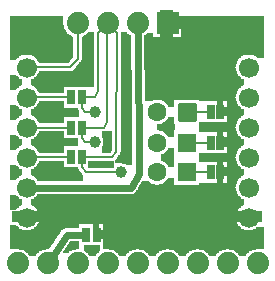
<source format=gtl>
G04 MADE WITH FRITZING*
G04 WWW.FRITZING.ORG*
G04 DOUBLE SIDED*
G04 HOLES PLATED*
G04 CONTOUR ON CENTER OF CONTOUR VECTOR*
%ASAXBY*%
%FSLAX23Y23*%
%MOIN*%
%OFA0B0*%
%SFA1.0B1.0*%
%ADD10C,0.075000*%
%ADD11C,0.062992*%
%ADD12C,0.039370*%
%ADD13C,0.074000*%
%ADD14C,0.066929*%
%ADD15R,0.062992X0.062992*%
%ADD16R,0.025000X0.050000*%
%ADD17R,0.074000X0.074000*%
%ADD18C,0.008000*%
%ADD19C,0.024000*%
%ADD20C,0.015748*%
%LNCOPPER1*%
G90*
G70*
G54D10*
X106Y823D03*
X560Y682D03*
G54D11*
X628Y566D03*
X529Y566D03*
X628Y463D03*
X529Y463D03*
X628Y365D03*
X529Y365D03*
G54D12*
X409Y365D03*
X321Y465D03*
X323Y566D03*
G54D13*
X564Y862D03*
X464Y862D03*
X364Y862D03*
X264Y862D03*
X64Y62D03*
X164Y62D03*
X264Y62D03*
X364Y62D03*
X464Y62D03*
X564Y62D03*
X664Y62D03*
X764Y62D03*
X864Y62D03*
G54D14*
X834Y714D03*
X834Y614D03*
X834Y514D03*
X834Y414D03*
X834Y314D03*
X834Y214D03*
X94Y714D03*
X94Y614D03*
X94Y514D03*
X94Y414D03*
X94Y314D03*
X94Y214D03*
G54D15*
X628Y463D03*
X628Y365D03*
G54D16*
X708Y566D03*
X740Y566D03*
X708Y463D03*
X740Y463D03*
X708Y365D03*
X740Y365D03*
X277Y416D03*
X242Y416D03*
X277Y514D03*
X242Y514D03*
X277Y615D03*
X242Y615D03*
G54D17*
X564Y862D03*
G54D16*
X291Y156D03*
X327Y156D03*
G54D18*
X291Y365D02*
X396Y365D01*
D02*
X279Y381D02*
X291Y365D01*
D02*
X278Y397D02*
X279Y381D01*
D02*
X287Y566D02*
X309Y566D01*
D02*
X278Y580D02*
X287Y566D01*
D02*
X277Y595D02*
X278Y580D01*
D02*
X701Y566D02*
X649Y566D01*
D02*
X701Y463D02*
X649Y463D01*
D02*
X701Y365D02*
X649Y365D01*
D02*
X287Y465D02*
X307Y465D01*
D02*
X277Y479D02*
X287Y465D01*
D02*
X277Y495D02*
X277Y479D01*
D02*
X264Y743D02*
X240Y716D01*
D02*
X240Y716D02*
X119Y715D01*
D02*
X264Y836D02*
X264Y743D01*
D02*
X235Y615D02*
X119Y615D01*
G54D19*
D02*
X441Y313D02*
X125Y314D01*
D02*
X468Y360D02*
X441Y313D01*
D02*
X464Y831D02*
X468Y360D01*
G54D18*
D02*
X380Y416D02*
X284Y416D01*
D02*
X393Y434D02*
X380Y416D01*
D02*
X395Y828D02*
X393Y434D01*
D02*
X381Y843D02*
X395Y828D01*
D02*
X362Y532D02*
X363Y836D01*
D02*
X352Y514D02*
X362Y532D01*
D02*
X284Y514D02*
X352Y514D01*
D02*
X332Y828D02*
X346Y843D01*
D02*
X332Y637D02*
X332Y828D01*
D02*
X321Y615D02*
X332Y637D01*
D02*
X284Y615D02*
X321Y615D01*
D02*
X235Y416D02*
X119Y415D01*
D02*
X235Y514D02*
X119Y514D01*
G54D19*
D02*
X284Y156D02*
X228Y157D01*
D02*
X228Y157D02*
X181Y87D01*
G36*
X40Y885D02*
X40Y757D01*
X106Y757D01*
X106Y755D01*
X112Y755D01*
X112Y753D01*
X116Y753D01*
X116Y751D01*
X118Y751D01*
X118Y749D01*
X122Y749D01*
X122Y747D01*
X124Y747D01*
X124Y745D01*
X126Y745D01*
X126Y743D01*
X128Y743D01*
X128Y741D01*
X130Y741D01*
X130Y737D01*
X132Y737D01*
X132Y733D01*
X134Y733D01*
X134Y729D01*
X234Y729D01*
X234Y731D01*
X236Y731D01*
X236Y733D01*
X238Y733D01*
X238Y735D01*
X240Y735D01*
X240Y739D01*
X242Y739D01*
X242Y741D01*
X244Y741D01*
X244Y743D01*
X246Y743D01*
X246Y745D01*
X248Y745D01*
X248Y747D01*
X250Y747D01*
X250Y817D01*
X246Y817D01*
X246Y819D01*
X242Y819D01*
X242Y821D01*
X238Y821D01*
X238Y823D01*
X236Y823D01*
X236Y825D01*
X234Y825D01*
X234Y827D01*
X230Y827D01*
X230Y829D01*
X228Y829D01*
X228Y833D01*
X226Y833D01*
X226Y835D01*
X224Y835D01*
X224Y839D01*
X222Y839D01*
X222Y841D01*
X220Y841D01*
X220Y847D01*
X218Y847D01*
X218Y855D01*
X216Y855D01*
X216Y885D01*
X40Y885D01*
G37*
D02*
G36*
X40Y757D02*
X40Y739D01*
X60Y739D01*
X60Y741D01*
X62Y741D01*
X62Y745D01*
X64Y745D01*
X64Y747D01*
X68Y747D01*
X68Y749D01*
X70Y749D01*
X70Y751D01*
X74Y751D01*
X74Y753D01*
X76Y753D01*
X76Y755D01*
X82Y755D01*
X82Y757D01*
X40Y757D01*
G37*
D02*
G36*
X408Y833D02*
X408Y829D01*
X410Y829D01*
X410Y771D01*
X408Y771D01*
X408Y431D01*
X406Y431D01*
X406Y425D01*
X404Y425D01*
X404Y423D01*
X402Y423D01*
X402Y421D01*
X400Y421D01*
X400Y417D01*
X398Y417D01*
X398Y415D01*
X396Y415D01*
X396Y413D01*
X394Y413D01*
X394Y409D01*
X392Y409D01*
X392Y407D01*
X390Y407D01*
X390Y395D01*
X412Y395D01*
X412Y393D01*
X420Y393D01*
X420Y391D01*
X424Y391D01*
X424Y389D01*
X446Y389D01*
X446Y493D01*
X444Y493D01*
X444Y705D01*
X442Y705D01*
X442Y821D01*
X438Y821D01*
X438Y823D01*
X436Y823D01*
X436Y825D01*
X434Y825D01*
X434Y827D01*
X430Y827D01*
X430Y829D01*
X428Y829D01*
X428Y833D01*
X408Y833D01*
G37*
D02*
G36*
X298Y831D02*
X298Y829D01*
X296Y829D01*
X296Y827D01*
X294Y827D01*
X294Y825D01*
X292Y825D01*
X292Y823D01*
X288Y823D01*
X288Y821D01*
X286Y821D01*
X286Y819D01*
X282Y819D01*
X282Y817D01*
X278Y817D01*
X278Y739D01*
X276Y739D01*
X276Y735D01*
X274Y735D01*
X274Y733D01*
X272Y733D01*
X272Y731D01*
X270Y731D01*
X270Y727D01*
X268Y727D01*
X268Y725D01*
X266Y725D01*
X266Y723D01*
X264Y723D01*
X264Y721D01*
X262Y721D01*
X262Y719D01*
X260Y719D01*
X260Y717D01*
X258Y717D01*
X258Y713D01*
X256Y713D01*
X256Y711D01*
X254Y711D01*
X254Y709D01*
X252Y709D01*
X252Y707D01*
X250Y707D01*
X250Y705D01*
X248Y705D01*
X248Y703D01*
X244Y703D01*
X244Y701D01*
X136Y701D01*
X136Y699D01*
X134Y699D01*
X134Y695D01*
X132Y695D01*
X132Y691D01*
X130Y691D01*
X130Y689D01*
X128Y689D01*
X128Y687D01*
X126Y687D01*
X126Y683D01*
X124Y683D01*
X124Y681D01*
X120Y681D01*
X120Y679D01*
X118Y679D01*
X118Y677D01*
X114Y677D01*
X114Y675D01*
X110Y675D01*
X110Y655D01*
X112Y655D01*
X112Y653D01*
X116Y653D01*
X116Y651D01*
X118Y651D01*
X118Y649D01*
X122Y649D01*
X122Y647D01*
X124Y647D01*
X124Y645D01*
X126Y645D01*
X126Y643D01*
X128Y643D01*
X128Y641D01*
X130Y641D01*
X130Y637D01*
X132Y637D01*
X132Y633D01*
X134Y633D01*
X134Y629D01*
X220Y629D01*
X220Y649D01*
X318Y649D01*
X318Y831D01*
X298Y831D01*
G37*
D02*
G36*
X40Y689D02*
X40Y639D01*
X60Y639D01*
X60Y641D01*
X62Y641D01*
X62Y645D01*
X64Y645D01*
X64Y647D01*
X68Y647D01*
X68Y649D01*
X70Y649D01*
X70Y651D01*
X74Y651D01*
X74Y653D01*
X76Y653D01*
X76Y655D01*
X78Y655D01*
X78Y675D01*
X74Y675D01*
X74Y677D01*
X70Y677D01*
X70Y679D01*
X68Y679D01*
X68Y681D01*
X66Y681D01*
X66Y683D01*
X64Y683D01*
X64Y685D01*
X62Y685D01*
X62Y687D01*
X60Y687D01*
X60Y689D01*
X40Y689D01*
G37*
D02*
G36*
X136Y601D02*
X136Y599D01*
X134Y599D01*
X134Y595D01*
X132Y595D01*
X132Y591D01*
X130Y591D01*
X130Y589D01*
X128Y589D01*
X128Y587D01*
X126Y587D01*
X126Y583D01*
X124Y583D01*
X124Y581D01*
X120Y581D01*
X120Y579D01*
X118Y579D01*
X118Y577D01*
X114Y577D01*
X114Y575D01*
X110Y575D01*
X110Y555D01*
X112Y555D01*
X112Y553D01*
X116Y553D01*
X116Y551D01*
X118Y551D01*
X118Y549D01*
X122Y549D01*
X122Y547D01*
X124Y547D01*
X124Y545D01*
X126Y545D01*
X126Y543D01*
X128Y543D01*
X128Y541D01*
X130Y541D01*
X130Y537D01*
X132Y537D01*
X132Y533D01*
X134Y533D01*
X134Y529D01*
X220Y529D01*
X220Y549D01*
X268Y549D01*
X268Y571D01*
X266Y571D01*
X266Y573D01*
X264Y573D01*
X264Y579D01*
X220Y579D01*
X220Y601D01*
X136Y601D01*
G37*
D02*
G36*
X40Y589D02*
X40Y539D01*
X60Y539D01*
X60Y541D01*
X62Y541D01*
X62Y545D01*
X64Y545D01*
X64Y547D01*
X68Y547D01*
X68Y549D01*
X70Y549D01*
X70Y551D01*
X74Y551D01*
X74Y553D01*
X76Y553D01*
X76Y555D01*
X78Y555D01*
X78Y575D01*
X74Y575D01*
X74Y577D01*
X70Y577D01*
X70Y579D01*
X68Y579D01*
X68Y581D01*
X66Y581D01*
X66Y583D01*
X64Y583D01*
X64Y585D01*
X62Y585D01*
X62Y587D01*
X60Y587D01*
X60Y589D01*
X40Y589D01*
G37*
D02*
G36*
X566Y549D02*
X566Y545D01*
X564Y545D01*
X564Y541D01*
X562Y541D01*
X562Y539D01*
X560Y539D01*
X560Y537D01*
X558Y537D01*
X558Y535D01*
X556Y535D01*
X556Y533D01*
X554Y533D01*
X554Y531D01*
X550Y531D01*
X550Y529D01*
X546Y529D01*
X546Y527D01*
X542Y527D01*
X542Y525D01*
X530Y525D01*
X530Y505D01*
X534Y505D01*
X534Y503D01*
X544Y503D01*
X544Y501D01*
X548Y501D01*
X548Y499D01*
X552Y499D01*
X552Y497D01*
X554Y497D01*
X554Y495D01*
X556Y495D01*
X556Y493D01*
X558Y493D01*
X558Y491D01*
X560Y491D01*
X560Y489D01*
X562Y489D01*
X562Y487D01*
X564Y487D01*
X564Y483D01*
X566Y483D01*
X566Y481D01*
X586Y481D01*
X586Y505D01*
X588Y505D01*
X588Y525D01*
X586Y525D01*
X586Y549D01*
X566Y549D01*
G37*
D02*
G36*
X360Y503D02*
X360Y501D01*
X344Y501D01*
X344Y481D01*
X346Y481D01*
X346Y479D01*
X348Y479D01*
X348Y473D01*
X350Y473D01*
X350Y457D01*
X348Y457D01*
X348Y451D01*
X346Y451D01*
X346Y449D01*
X344Y449D01*
X344Y429D01*
X374Y429D01*
X374Y433D01*
X376Y433D01*
X376Y435D01*
X378Y435D01*
X378Y437D01*
X380Y437D01*
X380Y503D01*
X360Y503D01*
G37*
D02*
G36*
X136Y501D02*
X136Y499D01*
X134Y499D01*
X134Y495D01*
X132Y495D01*
X132Y491D01*
X130Y491D01*
X130Y489D01*
X128Y489D01*
X128Y487D01*
X126Y487D01*
X126Y483D01*
X124Y483D01*
X124Y481D01*
X120Y481D01*
X120Y479D01*
X118Y479D01*
X118Y477D01*
X114Y477D01*
X114Y475D01*
X110Y475D01*
X110Y455D01*
X112Y455D01*
X112Y453D01*
X116Y453D01*
X116Y451D01*
X118Y451D01*
X118Y449D01*
X122Y449D01*
X122Y447D01*
X124Y447D01*
X124Y445D01*
X126Y445D01*
X126Y443D01*
X128Y443D01*
X128Y441D01*
X130Y441D01*
X130Y437D01*
X132Y437D01*
X132Y433D01*
X134Y433D01*
X134Y429D01*
X220Y429D01*
X220Y451D01*
X266Y451D01*
X266Y473D01*
X264Y473D01*
X264Y479D01*
X220Y479D01*
X220Y501D01*
X136Y501D01*
G37*
D02*
G36*
X40Y489D02*
X40Y439D01*
X60Y439D01*
X60Y441D01*
X62Y441D01*
X62Y445D01*
X64Y445D01*
X64Y447D01*
X68Y447D01*
X68Y449D01*
X70Y449D01*
X70Y451D01*
X74Y451D01*
X74Y453D01*
X76Y453D01*
X76Y455D01*
X78Y455D01*
X78Y475D01*
X74Y475D01*
X74Y477D01*
X70Y477D01*
X70Y479D01*
X68Y479D01*
X68Y481D01*
X66Y481D01*
X66Y483D01*
X64Y483D01*
X64Y485D01*
X62Y485D01*
X62Y487D01*
X60Y487D01*
X60Y489D01*
X40Y489D01*
G37*
D02*
G36*
X566Y447D02*
X566Y443D01*
X564Y443D01*
X564Y439D01*
X562Y439D01*
X562Y437D01*
X560Y437D01*
X560Y435D01*
X558Y435D01*
X558Y433D01*
X556Y433D01*
X556Y431D01*
X554Y431D01*
X554Y429D01*
X552Y429D01*
X552Y427D01*
X548Y427D01*
X548Y425D01*
X542Y425D01*
X542Y403D01*
X548Y403D01*
X548Y401D01*
X550Y401D01*
X550Y399D01*
X554Y399D01*
X554Y397D01*
X556Y397D01*
X556Y395D01*
X558Y395D01*
X558Y393D01*
X560Y393D01*
X560Y391D01*
X562Y391D01*
X562Y389D01*
X564Y389D01*
X564Y385D01*
X566Y385D01*
X566Y381D01*
X586Y381D01*
X586Y447D01*
X566Y447D01*
G37*
D02*
G36*
X136Y401D02*
X136Y399D01*
X134Y399D01*
X134Y395D01*
X132Y395D01*
X132Y391D01*
X130Y391D01*
X130Y389D01*
X128Y389D01*
X128Y387D01*
X126Y387D01*
X126Y383D01*
X124Y383D01*
X124Y381D01*
X120Y381D01*
X120Y379D01*
X118Y379D01*
X118Y377D01*
X114Y377D01*
X114Y375D01*
X110Y375D01*
X110Y355D01*
X112Y355D01*
X112Y353D01*
X116Y353D01*
X116Y351D01*
X118Y351D01*
X118Y349D01*
X122Y349D01*
X122Y347D01*
X124Y347D01*
X124Y345D01*
X126Y345D01*
X126Y343D01*
X128Y343D01*
X128Y341D01*
X130Y341D01*
X130Y337D01*
X172Y337D01*
X172Y335D01*
X282Y335D01*
X282Y355D01*
X280Y355D01*
X280Y357D01*
X278Y357D01*
X278Y361D01*
X276Y361D01*
X276Y363D01*
X274Y363D01*
X274Y365D01*
X272Y365D01*
X272Y369D01*
X270Y369D01*
X270Y371D01*
X268Y371D01*
X268Y375D01*
X266Y375D01*
X266Y381D01*
X220Y381D01*
X220Y401D01*
X136Y401D01*
G37*
D02*
G36*
X300Y401D02*
X300Y379D01*
X384Y379D01*
X384Y381D01*
X386Y381D01*
X386Y401D01*
X300Y401D01*
G37*
D02*
G36*
X40Y389D02*
X40Y339D01*
X60Y339D01*
X60Y341D01*
X62Y341D01*
X62Y345D01*
X64Y345D01*
X64Y347D01*
X68Y347D01*
X68Y349D01*
X70Y349D01*
X70Y351D01*
X74Y351D01*
X74Y353D01*
X76Y353D01*
X76Y355D01*
X78Y355D01*
X78Y375D01*
X74Y375D01*
X74Y377D01*
X70Y377D01*
X70Y379D01*
X68Y379D01*
X68Y381D01*
X66Y381D01*
X66Y383D01*
X64Y383D01*
X64Y385D01*
X62Y385D01*
X62Y387D01*
X60Y387D01*
X60Y389D01*
X40Y389D01*
G37*
D02*
G36*
X40Y289D02*
X40Y239D01*
X60Y239D01*
X60Y241D01*
X62Y241D01*
X62Y245D01*
X64Y245D01*
X64Y247D01*
X68Y247D01*
X68Y249D01*
X70Y249D01*
X70Y251D01*
X74Y251D01*
X74Y253D01*
X76Y253D01*
X76Y255D01*
X78Y255D01*
X78Y275D01*
X74Y275D01*
X74Y277D01*
X70Y277D01*
X70Y279D01*
X68Y279D01*
X68Y281D01*
X66Y281D01*
X66Y283D01*
X64Y283D01*
X64Y285D01*
X62Y285D01*
X62Y287D01*
X60Y287D01*
X60Y289D01*
X40Y289D01*
G37*
D02*
G36*
X610Y885D02*
X610Y815D01*
X884Y815D01*
X884Y885D01*
X610Y885D01*
G37*
D02*
G36*
X496Y829D02*
X496Y827D01*
X494Y827D01*
X494Y825D01*
X492Y825D01*
X492Y823D01*
X488Y823D01*
X488Y821D01*
X486Y821D01*
X486Y815D01*
X516Y815D01*
X516Y829D01*
X496Y829D01*
G37*
D02*
G36*
X486Y815D02*
X486Y813D01*
X884Y813D01*
X884Y815D01*
X486Y815D01*
G37*
D02*
G36*
X486Y815D02*
X486Y813D01*
X884Y813D01*
X884Y815D01*
X486Y815D01*
G37*
D02*
G36*
X486Y813D02*
X486Y757D01*
X846Y757D01*
X846Y755D01*
X852Y755D01*
X852Y753D01*
X856Y753D01*
X856Y751D01*
X858Y751D01*
X858Y749D01*
X862Y749D01*
X862Y747D01*
X864Y747D01*
X864Y745D01*
X884Y745D01*
X884Y813D01*
X486Y813D01*
G37*
D02*
G36*
X486Y757D02*
X486Y705D01*
X488Y705D01*
X488Y607D01*
X670Y607D01*
X670Y601D01*
X762Y601D01*
X762Y531D01*
X670Y531D01*
X670Y525D01*
X668Y525D01*
X668Y503D01*
X670Y503D01*
X670Y499D01*
X762Y499D01*
X762Y429D01*
X670Y429D01*
X670Y399D01*
X762Y399D01*
X762Y329D01*
X670Y329D01*
X670Y323D01*
X792Y323D01*
X792Y327D01*
X794Y327D01*
X794Y333D01*
X796Y333D01*
X796Y335D01*
X798Y335D01*
X798Y339D01*
X800Y339D01*
X800Y341D01*
X802Y341D01*
X802Y345D01*
X804Y345D01*
X804Y347D01*
X808Y347D01*
X808Y349D01*
X810Y349D01*
X810Y351D01*
X814Y351D01*
X814Y353D01*
X816Y353D01*
X816Y355D01*
X818Y355D01*
X818Y375D01*
X814Y375D01*
X814Y377D01*
X810Y377D01*
X810Y379D01*
X808Y379D01*
X808Y381D01*
X806Y381D01*
X806Y383D01*
X804Y383D01*
X804Y385D01*
X802Y385D01*
X802Y387D01*
X800Y387D01*
X800Y389D01*
X798Y389D01*
X798Y393D01*
X796Y393D01*
X796Y397D01*
X794Y397D01*
X794Y401D01*
X792Y401D01*
X792Y413D01*
X790Y413D01*
X790Y415D01*
X792Y415D01*
X792Y427D01*
X794Y427D01*
X794Y433D01*
X796Y433D01*
X796Y435D01*
X798Y435D01*
X798Y439D01*
X800Y439D01*
X800Y441D01*
X802Y441D01*
X802Y445D01*
X804Y445D01*
X804Y447D01*
X808Y447D01*
X808Y449D01*
X810Y449D01*
X810Y451D01*
X814Y451D01*
X814Y453D01*
X816Y453D01*
X816Y455D01*
X818Y455D01*
X818Y475D01*
X814Y475D01*
X814Y477D01*
X810Y477D01*
X810Y479D01*
X808Y479D01*
X808Y481D01*
X806Y481D01*
X806Y483D01*
X804Y483D01*
X804Y485D01*
X802Y485D01*
X802Y487D01*
X800Y487D01*
X800Y489D01*
X798Y489D01*
X798Y493D01*
X796Y493D01*
X796Y497D01*
X794Y497D01*
X794Y501D01*
X792Y501D01*
X792Y513D01*
X790Y513D01*
X790Y515D01*
X792Y515D01*
X792Y527D01*
X794Y527D01*
X794Y533D01*
X796Y533D01*
X796Y535D01*
X798Y535D01*
X798Y539D01*
X800Y539D01*
X800Y541D01*
X802Y541D01*
X802Y545D01*
X804Y545D01*
X804Y547D01*
X808Y547D01*
X808Y549D01*
X810Y549D01*
X810Y551D01*
X814Y551D01*
X814Y553D01*
X816Y553D01*
X816Y555D01*
X818Y555D01*
X818Y575D01*
X814Y575D01*
X814Y577D01*
X810Y577D01*
X810Y579D01*
X808Y579D01*
X808Y581D01*
X806Y581D01*
X806Y583D01*
X804Y583D01*
X804Y585D01*
X802Y585D01*
X802Y587D01*
X800Y587D01*
X800Y589D01*
X798Y589D01*
X798Y593D01*
X796Y593D01*
X796Y597D01*
X794Y597D01*
X794Y601D01*
X792Y601D01*
X792Y613D01*
X790Y613D01*
X790Y615D01*
X792Y615D01*
X792Y627D01*
X794Y627D01*
X794Y633D01*
X796Y633D01*
X796Y635D01*
X798Y635D01*
X798Y639D01*
X800Y639D01*
X800Y641D01*
X802Y641D01*
X802Y645D01*
X804Y645D01*
X804Y647D01*
X808Y647D01*
X808Y649D01*
X810Y649D01*
X810Y651D01*
X814Y651D01*
X814Y653D01*
X816Y653D01*
X816Y655D01*
X818Y655D01*
X818Y675D01*
X814Y675D01*
X814Y677D01*
X810Y677D01*
X810Y679D01*
X808Y679D01*
X808Y681D01*
X806Y681D01*
X806Y683D01*
X804Y683D01*
X804Y685D01*
X802Y685D01*
X802Y687D01*
X800Y687D01*
X800Y689D01*
X798Y689D01*
X798Y693D01*
X796Y693D01*
X796Y697D01*
X794Y697D01*
X794Y701D01*
X792Y701D01*
X792Y713D01*
X790Y713D01*
X790Y715D01*
X792Y715D01*
X792Y727D01*
X794Y727D01*
X794Y733D01*
X796Y733D01*
X796Y735D01*
X798Y735D01*
X798Y739D01*
X800Y739D01*
X800Y741D01*
X802Y741D01*
X802Y745D01*
X804Y745D01*
X804Y747D01*
X808Y747D01*
X808Y749D01*
X810Y749D01*
X810Y751D01*
X814Y751D01*
X814Y753D01*
X816Y753D01*
X816Y755D01*
X824Y755D01*
X824Y757D01*
X486Y757D01*
G37*
D02*
G36*
X488Y607D02*
X488Y601D01*
X510Y601D01*
X510Y603D01*
X514Y603D01*
X514Y605D01*
X522Y605D01*
X522Y607D01*
X488Y607D01*
G37*
D02*
G36*
X538Y607D02*
X538Y605D01*
X544Y605D01*
X544Y603D01*
X548Y603D01*
X548Y601D01*
X552Y601D01*
X552Y599D01*
X554Y599D01*
X554Y597D01*
X558Y597D01*
X558Y595D01*
X560Y595D01*
X560Y591D01*
X562Y591D01*
X562Y589D01*
X564Y589D01*
X564Y587D01*
X566Y587D01*
X566Y583D01*
X586Y583D01*
X586Y607D01*
X538Y607D01*
G37*
D02*
G36*
X566Y347D02*
X566Y343D01*
X564Y343D01*
X564Y341D01*
X562Y341D01*
X562Y339D01*
X560Y339D01*
X560Y335D01*
X556Y335D01*
X556Y333D01*
X554Y333D01*
X554Y331D01*
X552Y331D01*
X552Y329D01*
X548Y329D01*
X548Y327D01*
X544Y327D01*
X544Y325D01*
X536Y325D01*
X536Y323D01*
X586Y323D01*
X586Y347D01*
X566Y347D01*
G37*
D02*
G36*
X480Y337D02*
X480Y335D01*
X478Y335D01*
X478Y331D01*
X476Y331D01*
X476Y329D01*
X474Y329D01*
X474Y325D01*
X472Y325D01*
X472Y323D01*
X522Y323D01*
X522Y325D01*
X514Y325D01*
X514Y327D01*
X510Y327D01*
X510Y329D01*
X506Y329D01*
X506Y331D01*
X504Y331D01*
X504Y333D01*
X502Y333D01*
X502Y335D01*
X500Y335D01*
X500Y337D01*
X480Y337D01*
G37*
D02*
G36*
X472Y323D02*
X472Y321D01*
X792Y321D01*
X792Y323D01*
X472Y323D01*
G37*
D02*
G36*
X472Y323D02*
X472Y321D01*
X792Y321D01*
X792Y323D01*
X472Y323D01*
G37*
D02*
G36*
X472Y323D02*
X472Y321D01*
X792Y321D01*
X792Y323D01*
X472Y323D01*
G37*
D02*
G36*
X470Y321D02*
X470Y317D01*
X468Y317D01*
X468Y315D01*
X466Y315D01*
X466Y311D01*
X464Y311D01*
X464Y307D01*
X462Y307D01*
X462Y305D01*
X460Y305D01*
X460Y301D01*
X458Y301D01*
X458Y299D01*
X456Y299D01*
X456Y297D01*
X454Y297D01*
X454Y295D01*
X452Y295D01*
X452Y293D01*
X448Y293D01*
X448Y291D01*
X798Y291D01*
X798Y293D01*
X796Y293D01*
X796Y297D01*
X794Y297D01*
X794Y301D01*
X792Y301D01*
X792Y313D01*
X790Y313D01*
X790Y315D01*
X792Y315D01*
X792Y321D01*
X470Y321D01*
G37*
D02*
G36*
X132Y293D02*
X132Y291D01*
X168Y291D01*
X168Y293D01*
X132Y293D01*
G37*
D02*
G36*
X130Y291D02*
X130Y289D01*
X798Y289D01*
X798Y291D01*
X130Y291D01*
G37*
D02*
G36*
X130Y291D02*
X130Y289D01*
X798Y289D01*
X798Y291D01*
X130Y291D01*
G37*
D02*
G36*
X128Y289D02*
X128Y287D01*
X126Y287D01*
X126Y283D01*
X124Y283D01*
X124Y281D01*
X120Y281D01*
X120Y279D01*
X118Y279D01*
X118Y277D01*
X114Y277D01*
X114Y275D01*
X110Y275D01*
X110Y255D01*
X112Y255D01*
X112Y253D01*
X116Y253D01*
X116Y251D01*
X118Y251D01*
X118Y249D01*
X122Y249D01*
X122Y247D01*
X124Y247D01*
X124Y245D01*
X126Y245D01*
X126Y243D01*
X128Y243D01*
X128Y241D01*
X130Y241D01*
X130Y237D01*
X132Y237D01*
X132Y233D01*
X134Y233D01*
X134Y229D01*
X136Y229D01*
X136Y221D01*
X138Y221D01*
X138Y207D01*
X136Y207D01*
X136Y199D01*
X134Y199D01*
X134Y195D01*
X132Y195D01*
X132Y191D01*
X350Y191D01*
X350Y171D01*
X824Y171D01*
X824Y173D01*
X818Y173D01*
X818Y175D01*
X814Y175D01*
X814Y177D01*
X810Y177D01*
X810Y179D01*
X808Y179D01*
X808Y181D01*
X806Y181D01*
X806Y183D01*
X804Y183D01*
X804Y185D01*
X802Y185D01*
X802Y187D01*
X800Y187D01*
X800Y189D01*
X798Y189D01*
X798Y193D01*
X796Y193D01*
X796Y197D01*
X794Y197D01*
X794Y201D01*
X792Y201D01*
X792Y213D01*
X790Y213D01*
X790Y215D01*
X792Y215D01*
X792Y227D01*
X794Y227D01*
X794Y233D01*
X796Y233D01*
X796Y235D01*
X798Y235D01*
X798Y239D01*
X800Y239D01*
X800Y241D01*
X802Y241D01*
X802Y245D01*
X804Y245D01*
X804Y247D01*
X808Y247D01*
X808Y249D01*
X810Y249D01*
X810Y251D01*
X814Y251D01*
X814Y253D01*
X816Y253D01*
X816Y255D01*
X818Y255D01*
X818Y275D01*
X814Y275D01*
X814Y277D01*
X810Y277D01*
X810Y279D01*
X808Y279D01*
X808Y281D01*
X806Y281D01*
X806Y283D01*
X804Y283D01*
X804Y285D01*
X802Y285D01*
X802Y287D01*
X800Y287D01*
X800Y289D01*
X128Y289D01*
G37*
D02*
G36*
X130Y191D02*
X130Y189D01*
X128Y189D01*
X128Y187D01*
X126Y187D01*
X126Y183D01*
X124Y183D01*
X124Y181D01*
X120Y181D01*
X120Y179D01*
X118Y179D01*
X118Y177D01*
X114Y177D01*
X114Y175D01*
X110Y175D01*
X110Y173D01*
X104Y173D01*
X104Y171D01*
X212Y171D01*
X212Y173D01*
X214Y173D01*
X214Y175D01*
X218Y175D01*
X218Y177D01*
X222Y177D01*
X222Y179D01*
X268Y179D01*
X268Y191D01*
X130Y191D01*
G37*
D02*
G36*
X40Y189D02*
X40Y171D01*
X84Y171D01*
X84Y173D01*
X78Y173D01*
X78Y175D01*
X74Y175D01*
X74Y177D01*
X70Y177D01*
X70Y179D01*
X68Y179D01*
X68Y181D01*
X66Y181D01*
X66Y183D01*
X64Y183D01*
X64Y185D01*
X62Y185D01*
X62Y187D01*
X60Y187D01*
X60Y189D01*
X40Y189D01*
G37*
D02*
G36*
X864Y183D02*
X864Y181D01*
X860Y181D01*
X860Y179D01*
X858Y179D01*
X858Y177D01*
X854Y177D01*
X854Y175D01*
X850Y175D01*
X850Y173D01*
X844Y173D01*
X844Y171D01*
X884Y171D01*
X884Y183D01*
X864Y183D01*
G37*
D02*
G36*
X40Y171D02*
X40Y169D01*
X210Y169D01*
X210Y171D01*
X40Y171D01*
G37*
D02*
G36*
X40Y171D02*
X40Y169D01*
X210Y169D01*
X210Y171D01*
X40Y171D01*
G37*
D02*
G36*
X350Y171D02*
X350Y169D01*
X884Y169D01*
X884Y171D01*
X350Y171D01*
G37*
D02*
G36*
X350Y171D02*
X350Y169D01*
X884Y169D01*
X884Y171D01*
X350Y171D01*
G37*
D02*
G36*
X40Y169D02*
X40Y109D01*
X70Y109D01*
X70Y107D01*
X78Y107D01*
X78Y105D01*
X84Y105D01*
X84Y103D01*
X86Y103D01*
X86Y101D01*
X90Y101D01*
X90Y99D01*
X92Y99D01*
X92Y97D01*
X96Y97D01*
X96Y95D01*
X98Y95D01*
X98Y91D01*
X100Y91D01*
X100Y89D01*
X102Y89D01*
X102Y87D01*
X104Y87D01*
X104Y85D01*
X124Y85D01*
X124Y89D01*
X126Y89D01*
X126Y91D01*
X128Y91D01*
X128Y93D01*
X130Y93D01*
X130Y95D01*
X132Y95D01*
X132Y97D01*
X134Y97D01*
X134Y99D01*
X136Y99D01*
X136Y101D01*
X140Y101D01*
X140Y103D01*
X144Y103D01*
X144Y105D01*
X150Y105D01*
X150Y107D01*
X158Y107D01*
X158Y109D01*
X170Y109D01*
X170Y111D01*
X172Y111D01*
X172Y115D01*
X174Y115D01*
X174Y117D01*
X176Y117D01*
X176Y121D01*
X178Y121D01*
X178Y123D01*
X180Y123D01*
X180Y127D01*
X182Y127D01*
X182Y129D01*
X184Y129D01*
X184Y133D01*
X186Y133D01*
X186Y135D01*
X188Y135D01*
X188Y139D01*
X190Y139D01*
X190Y141D01*
X192Y141D01*
X192Y145D01*
X194Y145D01*
X194Y147D01*
X196Y147D01*
X196Y151D01*
X198Y151D01*
X198Y153D01*
X200Y153D01*
X200Y157D01*
X202Y157D01*
X202Y159D01*
X204Y159D01*
X204Y163D01*
X206Y163D01*
X206Y165D01*
X208Y165D01*
X208Y169D01*
X40Y169D01*
G37*
D02*
G36*
X350Y169D02*
X350Y109D01*
X770Y109D01*
X770Y107D01*
X778Y107D01*
X778Y105D01*
X784Y105D01*
X784Y103D01*
X786Y103D01*
X786Y101D01*
X790Y101D01*
X790Y99D01*
X792Y99D01*
X792Y97D01*
X796Y97D01*
X796Y95D01*
X798Y95D01*
X798Y91D01*
X800Y91D01*
X800Y89D01*
X802Y89D01*
X802Y87D01*
X804Y87D01*
X804Y85D01*
X824Y85D01*
X824Y89D01*
X826Y89D01*
X826Y91D01*
X828Y91D01*
X828Y93D01*
X830Y93D01*
X830Y95D01*
X832Y95D01*
X832Y97D01*
X834Y97D01*
X834Y99D01*
X836Y99D01*
X836Y101D01*
X840Y101D01*
X840Y103D01*
X844Y103D01*
X844Y105D01*
X850Y105D01*
X850Y107D01*
X858Y107D01*
X858Y109D01*
X884Y109D01*
X884Y169D01*
X350Y169D01*
G37*
D02*
G36*
X370Y109D02*
X370Y107D01*
X378Y107D01*
X378Y105D01*
X384Y105D01*
X384Y103D01*
X386Y103D01*
X386Y101D01*
X390Y101D01*
X390Y99D01*
X392Y99D01*
X392Y97D01*
X396Y97D01*
X396Y95D01*
X398Y95D01*
X398Y91D01*
X400Y91D01*
X400Y89D01*
X402Y89D01*
X402Y87D01*
X404Y87D01*
X404Y85D01*
X424Y85D01*
X424Y89D01*
X426Y89D01*
X426Y91D01*
X428Y91D01*
X428Y93D01*
X430Y93D01*
X430Y95D01*
X432Y95D01*
X432Y97D01*
X434Y97D01*
X434Y99D01*
X436Y99D01*
X436Y101D01*
X440Y101D01*
X440Y103D01*
X444Y103D01*
X444Y105D01*
X450Y105D01*
X450Y107D01*
X458Y107D01*
X458Y109D01*
X370Y109D01*
G37*
D02*
G36*
X470Y109D02*
X470Y107D01*
X478Y107D01*
X478Y105D01*
X484Y105D01*
X484Y103D01*
X486Y103D01*
X486Y101D01*
X490Y101D01*
X490Y99D01*
X492Y99D01*
X492Y97D01*
X496Y97D01*
X496Y95D01*
X498Y95D01*
X498Y91D01*
X500Y91D01*
X500Y89D01*
X502Y89D01*
X502Y87D01*
X504Y87D01*
X504Y85D01*
X524Y85D01*
X524Y89D01*
X526Y89D01*
X526Y91D01*
X528Y91D01*
X528Y93D01*
X530Y93D01*
X530Y95D01*
X532Y95D01*
X532Y97D01*
X534Y97D01*
X534Y99D01*
X536Y99D01*
X536Y101D01*
X540Y101D01*
X540Y103D01*
X544Y103D01*
X544Y105D01*
X550Y105D01*
X550Y107D01*
X558Y107D01*
X558Y109D01*
X470Y109D01*
G37*
D02*
G36*
X570Y109D02*
X570Y107D01*
X578Y107D01*
X578Y105D01*
X584Y105D01*
X584Y103D01*
X586Y103D01*
X586Y101D01*
X590Y101D01*
X590Y99D01*
X592Y99D01*
X592Y97D01*
X596Y97D01*
X596Y95D01*
X598Y95D01*
X598Y91D01*
X600Y91D01*
X600Y89D01*
X602Y89D01*
X602Y87D01*
X604Y87D01*
X604Y85D01*
X624Y85D01*
X624Y89D01*
X626Y89D01*
X626Y91D01*
X628Y91D01*
X628Y93D01*
X630Y93D01*
X630Y95D01*
X632Y95D01*
X632Y97D01*
X634Y97D01*
X634Y99D01*
X636Y99D01*
X636Y101D01*
X640Y101D01*
X640Y103D01*
X644Y103D01*
X644Y105D01*
X650Y105D01*
X650Y107D01*
X658Y107D01*
X658Y109D01*
X570Y109D01*
G37*
D02*
G36*
X670Y109D02*
X670Y107D01*
X678Y107D01*
X678Y105D01*
X684Y105D01*
X684Y103D01*
X686Y103D01*
X686Y101D01*
X690Y101D01*
X690Y99D01*
X692Y99D01*
X692Y97D01*
X696Y97D01*
X696Y95D01*
X698Y95D01*
X698Y91D01*
X700Y91D01*
X700Y89D01*
X702Y89D01*
X702Y87D01*
X704Y87D01*
X704Y85D01*
X724Y85D01*
X724Y89D01*
X726Y89D01*
X726Y91D01*
X728Y91D01*
X728Y93D01*
X730Y93D01*
X730Y95D01*
X732Y95D01*
X732Y97D01*
X734Y97D01*
X734Y99D01*
X736Y99D01*
X736Y101D01*
X740Y101D01*
X740Y103D01*
X744Y103D01*
X744Y105D01*
X750Y105D01*
X750Y107D01*
X758Y107D01*
X758Y109D01*
X670Y109D01*
G37*
D02*
G36*
X240Y135D02*
X240Y133D01*
X238Y133D01*
X238Y131D01*
X236Y131D01*
X236Y129D01*
X234Y129D01*
X234Y125D01*
X232Y125D01*
X232Y123D01*
X230Y123D01*
X230Y119D01*
X228Y119D01*
X228Y117D01*
X226Y117D01*
X226Y113D01*
X224Y113D01*
X224Y111D01*
X222Y111D01*
X222Y107D01*
X220Y107D01*
X220Y105D01*
X218Y105D01*
X218Y101D01*
X216Y101D01*
X216Y99D01*
X214Y99D01*
X214Y97D01*
X234Y97D01*
X234Y99D01*
X236Y99D01*
X236Y101D01*
X240Y101D01*
X240Y103D01*
X244Y103D01*
X244Y105D01*
X250Y105D01*
X250Y107D01*
X258Y107D01*
X258Y109D01*
X268Y109D01*
X268Y135D01*
X240Y135D01*
G37*
D02*
G36*
X286Y121D02*
X286Y101D01*
X290Y101D01*
X290Y99D01*
X292Y99D01*
X292Y97D01*
X296Y97D01*
X296Y95D01*
X298Y95D01*
X298Y91D01*
X300Y91D01*
X300Y89D01*
X302Y89D01*
X302Y87D01*
X304Y87D01*
X304Y85D01*
X324Y85D01*
X324Y89D01*
X326Y89D01*
X326Y91D01*
X328Y91D01*
X328Y93D01*
X330Y93D01*
X330Y95D01*
X332Y95D01*
X332Y97D01*
X334Y97D01*
X334Y99D01*
X336Y99D01*
X336Y101D01*
X340Y101D01*
X340Y121D01*
X286Y121D01*
G37*
D02*
G36*
X316Y195D02*
X335Y195D01*
X335Y159D01*
X316Y159D01*
X316Y195D01*
G37*
D02*
G36*
X326Y173D02*
X350Y173D01*
X350Y142D01*
X326Y142D01*
X326Y173D01*
G37*
D02*
G36*
X46Y237D02*
X74Y237D01*
X74Y198D01*
X46Y198D01*
X46Y237D01*
G37*
D02*
G36*
X112Y237D02*
X138Y237D01*
X138Y198D01*
X112Y198D01*
X112Y237D01*
G37*
D02*
G36*
X788Y237D02*
X812Y237D01*
X812Y198D01*
X788Y198D01*
X788Y237D01*
G37*
D02*
G36*
X850Y237D02*
X878Y237D01*
X878Y198D01*
X850Y198D01*
X850Y237D01*
G37*
D02*
G36*
X540Y907D02*
X583Y907D01*
X583Y883D01*
X540Y883D01*
X540Y907D01*
G37*
D02*
G36*
X540Y845D02*
X583Y845D01*
X583Y815D01*
X540Y815D01*
X540Y845D01*
G37*
D02*
G36*
X580Y885D02*
X610Y885D01*
X610Y842D01*
X580Y842D01*
X580Y885D01*
G37*
D02*
G36*
X728Y403D02*
X747Y403D01*
X747Y369D01*
X728Y369D01*
X728Y403D01*
G37*
D02*
G36*
X728Y367D02*
X747Y367D01*
X747Y329D01*
X728Y329D01*
X728Y367D01*
G37*
D02*
G36*
X738Y383D02*
X762Y383D01*
X762Y352D01*
X738Y352D01*
X738Y383D01*
G37*
D02*
G36*
X728Y503D02*
X747Y503D01*
X747Y467D01*
X728Y467D01*
X728Y503D01*
G37*
D02*
G36*
X738Y481D02*
X762Y481D01*
X762Y450D01*
X738Y450D01*
X738Y481D01*
G37*
D02*
G36*
X728Y605D02*
X747Y605D01*
X747Y569D01*
X728Y569D01*
X728Y605D01*
G37*
D02*
G36*
X738Y583D02*
X762Y583D01*
X762Y552D01*
X738Y552D01*
X738Y583D01*
G37*
D02*
G54D20*
X604Y589D02*
X651Y589D01*
X651Y542D01*
X604Y542D01*
X604Y589D01*
D02*
G04 End of Copper1*
M02*
</source>
